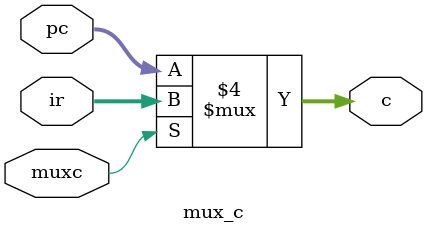
<source format=v>

module mux_c(
	     muxc,
	     pc,
	     ir,
	     c
	     );
   
   input wire muxc;
   input wire [7:0] pc;
   input wire [7:0] ir;
   
   output reg [7:0] c;
   
   //--------------------------------------------------------------------
   // Main MUX C process
   //--------------------------------------------------------------------]
   
   always @(*)
     begin
	if (muxc == 1'b0)
	  begin
	     c <= pc;
	  end
	else
	  begin
	     c <= ir;
	  end
     end // always @ (*)
   
endmodule // mux_c

</source>
